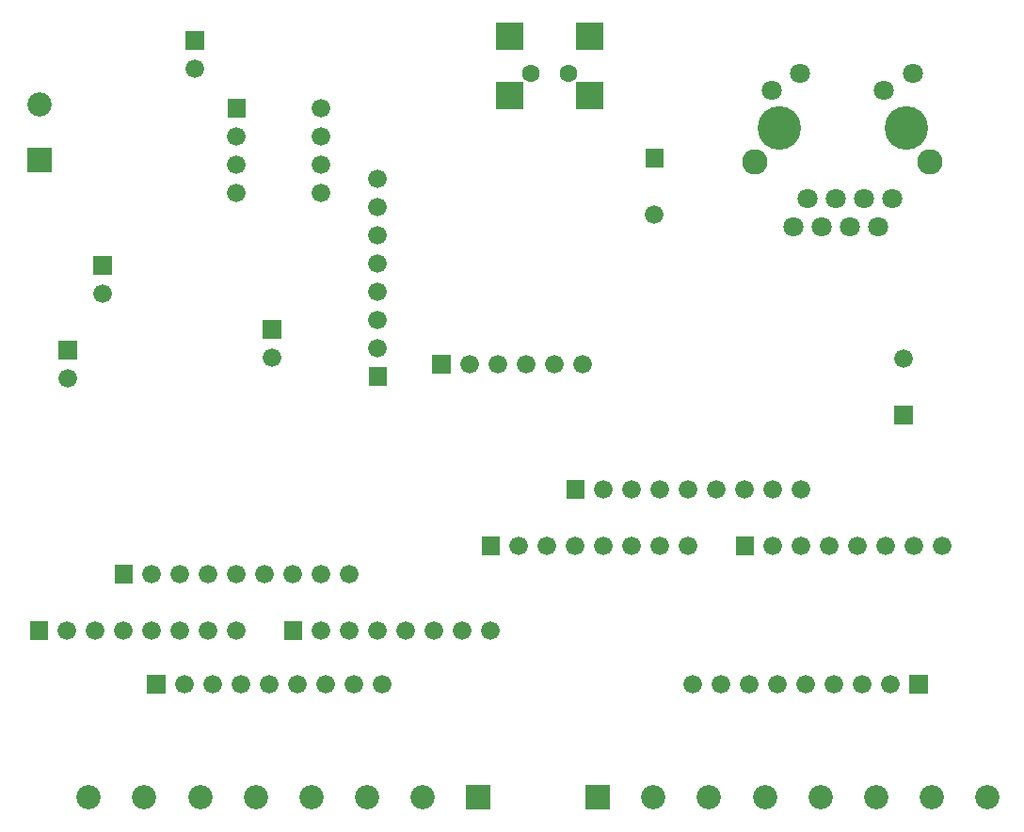
<source format=gbs>
G04 start of page 5 for group -4062 idx -4062 *
G04 Title: (unknown), soldermask *
G04 Creator: pcb 20091103 *
G04 CreationDate: Wed 19 Jan 2011 06:29:37 AM GMT UTC *
G04 For: nwertzberger *
G04 Format: Gerber/RS-274X *
G04 PCB-Dimensions: 400000 300000 *
G04 PCB-Coordinate-Origin: lower left *
%MOIN*%
%FSLAX25Y25*%
%LNBACKMASK*%
%ADD11C,0.0200*%
%ADD40C,0.0860*%
%ADD41C,0.0660*%
%ADD42C,0.0710*%
%ADD43C,0.1540*%
%ADD44C,0.0900*%
%ADD45C,0.0630*%
G54D40*X99100Y20000D03*
X59700D03*
G54D11*G36*
X216000Y24300D02*Y15700D01*
X224600D01*
Y24300D01*
X216000D01*
G37*
G36*
X173600D02*Y15700D01*
X182200D01*
Y24300D01*
X173600D01*
G37*
G54D40*X158200Y20000D03*
X138500D03*
X118800D03*
X338500D03*
X358200D03*
G54D11*G36*
X330700Y63300D02*Y56700D01*
X337300D01*
Y63300D01*
X330700D01*
G37*
G36*
X325170Y158553D02*Y151953D01*
X331770D01*
Y158553D01*
X325170D01*
G37*
G54D41*X328470Y175253D03*
X332370Y108953D03*
X342370D03*
G54D40*X240000Y20000D03*
X259700D03*
X279400D03*
X299100D03*
X318800D03*
G54D41*X324000Y60000D03*
X314000D03*
X304000D03*
X294000D03*
X284000D03*
X274000D03*
X264000D03*
X254000D03*
G54D11*G36*
X237070Y249753D02*Y243153D01*
X243670D01*
Y249753D01*
X237070D01*
G37*
G54D41*X240370Y226453D03*
X232370Y108953D03*
Y128953D03*
X242370D03*
Y108953D03*
X252370D03*
Y128953D03*
X262370D03*
X272370D03*
X282370D03*
X292370D03*
G54D11*G36*
X269070Y112253D02*Y105653D01*
X275670D01*
Y112253D01*
X269070D01*
G37*
G54D41*X282370Y108953D03*
X292370D03*
X302370D03*
X312370D03*
X322370D03*
G54D42*X324400Y232000D03*
X331800Y276400D03*
X321700Y270400D03*
G54D43*X329400Y257000D03*
G54D42*X319400Y222000D03*
X314400Y232000D03*
X304400D03*
X294400D03*
X309400Y222000D03*
X299400D03*
X289400D03*
X291900Y276400D03*
X281800Y270400D03*
G54D43*X284400Y257000D03*
G54D44*X275900Y245000D03*
X337900D03*
G54D40*X79400Y20000D03*
X40000D03*
G54D11*G36*
X60700Y63300D02*Y56700D01*
X67300D01*
Y63300D01*
X60700D01*
G37*
G36*
X49070Y102253D02*Y95653D01*
X55670D01*
Y102253D01*
X49070D01*
G37*
G36*
X19070Y82253D02*Y75653D01*
X25670D01*
Y82253D01*
X19070D01*
G37*
G54D41*X32370Y78953D03*
X42370D03*
X52370D03*
X62370D03*
X72370D03*
X62370Y98953D03*
X72370D03*
X82370D03*
X92370D03*
X102370D03*
X112370D03*
G54D11*G36*
X109070Y82253D02*Y75653D01*
X115670D01*
Y82253D01*
X109070D01*
G37*
G54D41*X122370Y98953D03*
Y78953D03*
X132370Y98953D03*
Y78953D03*
X74000Y60000D03*
X84000D03*
X94000D03*
X104000D03*
X114000D03*
X124000D03*
X134000D03*
X144000D03*
X82370Y78953D03*
X92370D03*
X142370D03*
X152370D03*
X162370D03*
X172370D03*
X182370D03*
G54D11*G36*
X179070Y112253D02*Y105653D01*
X185670D01*
Y112253D01*
X179070D01*
G37*
G54D41*X192370Y108953D03*
X202370D03*
X212370D03*
X222370D03*
G54D11*G36*
X209070Y132253D02*Y125653D01*
X215670D01*
Y132253D01*
X209070D01*
G37*
G54D41*X222370Y128953D03*
G54D11*G36*
X161570Y176753D02*Y170153D01*
X168170D01*
Y176753D01*
X161570D01*
G37*
G54D41*X174870Y173453D03*
X184870D03*
X194870D03*
X204870D03*
X214870D03*
G54D11*G36*
X29200Y181600D02*Y175000D01*
X35800D01*
Y181600D01*
X29200D01*
G37*
G54D41*X32500Y168300D03*
G54D11*G36*
X41700Y211600D02*Y205000D01*
X48300D01*
Y211600D01*
X41700D01*
G37*
G54D41*X45000Y198300D03*
G54D11*G36*
X18200Y250100D02*Y241500D01*
X26800D01*
Y250100D01*
X18200D01*
G37*
G36*
X139070Y172253D02*Y165653D01*
X145670D01*
Y172253D01*
X139070D01*
G37*
G54D41*X142370Y178953D03*
G54D11*G36*
X101700Y189100D02*Y182500D01*
X108300D01*
Y189100D01*
X101700D01*
G37*
G54D41*X105000Y175800D03*
X142370Y188953D03*
Y198953D03*
Y208953D03*
Y218953D03*
Y228953D03*
Y238953D03*
X92370Y243953D03*
Y233953D03*
X122370D03*
Y243953D03*
G54D11*G36*
X184200Y273434D02*Y263834D01*
X193800D01*
Y273434D01*
X184200D01*
G37*
G36*
X212546D02*Y263834D01*
X222146D01*
Y273434D01*
X212546D01*
G37*
G36*
Y294300D02*Y284700D01*
X222146D01*
Y294300D01*
X212546D01*
G37*
G36*
X184200D02*Y284700D01*
X193800D01*
Y294300D01*
X184200D01*
G37*
G54D45*X209866Y276508D03*
X196480D03*
G54D11*G36*
X89070Y267253D02*Y260653D01*
X95670D01*
Y267253D01*
X89070D01*
G37*
G54D40*X22500Y265500D03*
G54D41*X92370Y253953D03*
X122370D03*
Y263953D03*
G54D11*G36*
X74200Y291300D02*Y284700D01*
X80800D01*
Y291300D01*
X74200D01*
G37*
G54D41*X77500Y278000D03*
M02*

</source>
